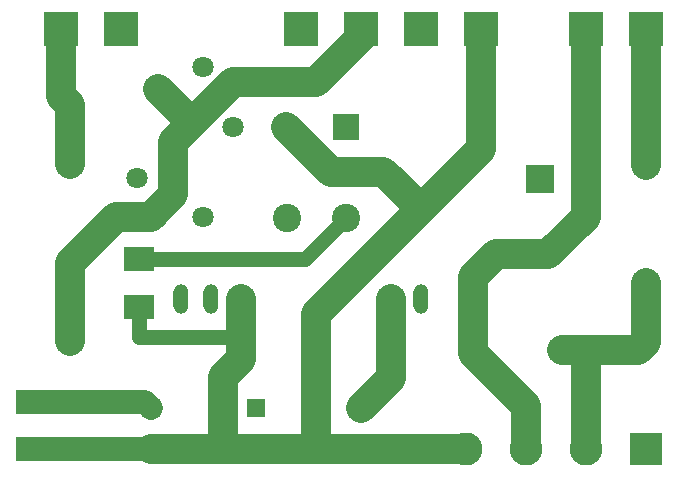
<source format=gtl>
G04 #@! TF.GenerationSoftware,KiCad,Pcbnew,(5.1.6)-1*
G04 #@! TF.CreationDate,2020-08-05T18:30:33+02:00*
G04 #@! TF.ProjectId,C64-PSU-251053-11_Austauschplatine,4336342d-5053-4552-9d32-35313035332d,0.3.1*
G04 #@! TF.SameCoordinates,Original*
G04 #@! TF.FileFunction,Copper,L1,Top*
G04 #@! TF.FilePolarity,Positive*
%FSLAX46Y46*%
G04 Gerber Fmt 4.6, Leading zero omitted, Abs format (unit mm)*
G04 Created by KiCad (PCBNEW (5.1.6)-1) date 2020-08-05 18:30:33*
%MOMM*%
%LPD*%
G01*
G04 APERTURE LIST*
G04 #@! TA.AperFunction,ComponentPad*
%ADD10C,2.400000*%
G04 #@! TD*
G04 #@! TA.AperFunction,ComponentPad*
%ADD11R,3.000000X3.000000*%
G04 #@! TD*
G04 #@! TA.AperFunction,ComponentPad*
%ADD12C,1.800000*%
G04 #@! TD*
G04 #@! TA.AperFunction,ComponentPad*
%ADD13R,1.600000X1.600000*%
G04 #@! TD*
G04 #@! TA.AperFunction,ComponentPad*
%ADD14C,1.600000*%
G04 #@! TD*
G04 #@! TA.AperFunction,ComponentPad*
%ADD15R,2.200000X2.200000*%
G04 #@! TD*
G04 #@! TA.AperFunction,ComponentPad*
%ADD16O,2.200000X2.200000*%
G04 #@! TD*
G04 #@! TA.AperFunction,ComponentPad*
%ADD17R,2.400000X2.400000*%
G04 #@! TD*
G04 #@! TA.AperFunction,SMDPad,CuDef*
%ADD18R,2.500000X2.000000*%
G04 #@! TD*
G04 #@! TA.AperFunction,ComponentPad*
%ADD19O,1.270000X2.540000*%
G04 #@! TD*
G04 #@! TA.AperFunction,ComponentPad*
%ADD20C,2.349500*%
G04 #@! TD*
G04 #@! TA.AperFunction,ComponentPad*
%ADD21C,2.800000*%
G04 #@! TD*
G04 #@! TA.AperFunction,ComponentPad*
%ADD22R,2.800000X2.800000*%
G04 #@! TD*
G04 #@! TA.AperFunction,Conductor*
%ADD23C,2.540000*%
G04 #@! TD*
G04 #@! TA.AperFunction,Conductor*
%ADD24C,1.270000*%
G04 #@! TD*
G04 #@! TA.AperFunction,Conductor*
%ADD25C,2.000000*%
G04 #@! TD*
G04 #@! TA.AperFunction,Conductor*
%ADD26C,0.508000*%
G04 #@! TD*
G04 APERTURE END LIST*
D10*
X147955000Y-90932000D03*
X142955000Y-90932000D03*
D11*
X144145000Y-74930000D03*
X149225000Y-74930000D03*
X159385000Y-74930000D03*
X154305000Y-74930000D03*
X128905000Y-74930000D03*
X123825000Y-74930000D03*
X168275000Y-74930000D03*
X173355000Y-74930000D03*
D12*
X135890000Y-90805000D03*
X138430000Y-83185000D03*
X135890000Y-78105000D03*
D13*
X149225000Y-106990000D03*
D14*
X149225000Y-110490000D03*
D13*
X131445000Y-106990000D03*
D14*
X131445000Y-110490000D03*
D15*
X147955000Y-83185000D03*
D16*
X142875000Y-83185000D03*
D10*
X156845000Y-87630000D03*
D17*
X164345000Y-87630000D03*
D18*
X125095000Y-110490000D03*
X125095000Y-106490000D03*
X121285000Y-106490000D03*
X121285000Y-110490000D03*
D13*
X140335000Y-106990000D03*
D14*
X140335000Y-110490000D03*
D19*
X139065000Y-97790000D03*
X154305000Y-97790000D03*
X133985000Y-97790000D03*
X136525000Y-97790000D03*
X151765000Y-97790000D03*
D18*
X130429000Y-98425000D03*
X130429000Y-94425000D03*
D20*
X124587000Y-86360000D03*
X124587000Y-81361280D03*
X124587000Y-96362520D03*
X124587000Y-101361240D03*
D12*
X166243000Y-102130000D03*
X158743000Y-100330000D03*
X130280000Y-87510000D03*
X132080000Y-80010000D03*
D20*
X173355000Y-86438740D03*
X173355000Y-81440020D03*
X173355000Y-96441260D03*
X173355000Y-101439980D03*
D21*
X158115000Y-110490000D03*
X163195000Y-110490000D03*
X168275000Y-110490000D03*
D22*
X173355000Y-110490000D03*
D23*
X157480000Y-110490000D02*
X149225000Y-110490000D01*
X140335000Y-110490000D02*
X137541000Y-110490000D01*
X137541000Y-104394000D02*
X137541000Y-110490000D01*
X139065000Y-102870000D02*
X137541000Y-104394000D01*
X145415000Y-109855000D02*
X144780000Y-110490000D01*
X145415000Y-99060000D02*
X145415000Y-109855000D01*
X149225000Y-110490000D02*
X144780000Y-110490000D01*
X144780000Y-110490000D02*
X140335000Y-110490000D01*
X137541000Y-110490000D02*
X131445000Y-110490000D01*
X159385000Y-74930000D02*
X159385000Y-85090000D01*
D24*
X139065000Y-97790000D02*
X139065000Y-98040275D01*
D23*
X142875000Y-83185000D02*
X146685000Y-86995000D01*
X159385000Y-85090000D02*
X155892500Y-88582500D01*
X155892500Y-88582500D02*
X154305000Y-90170000D01*
D25*
X121285000Y-110490000D02*
X131445000Y-110490000D01*
D24*
X130429000Y-100965000D02*
X130429000Y-98425000D01*
X130429000Y-100965000D02*
X139065000Y-100965000D01*
D23*
X154305000Y-90170000D02*
X145415000Y-99060000D01*
X151765000Y-87630000D02*
X154305000Y-90170000D01*
X151130000Y-86995000D02*
X151765000Y-87630000D01*
X146685000Y-86995000D02*
X151130000Y-86995000D01*
X139065000Y-102870000D02*
X139065000Y-97790000D01*
X151765000Y-104450000D02*
X149225000Y-106990000D01*
X151765000Y-97790000D02*
X151765000Y-104450000D01*
D24*
X144462000Y-94425000D02*
X147955000Y-90932000D01*
X130429000Y-94425000D02*
X144462000Y-94425000D01*
D25*
X130945000Y-106490000D02*
X131445000Y-106990000D01*
X121285000Y-106490000D02*
X130945000Y-106490000D01*
D23*
X158743000Y-100330000D02*
X158743000Y-95892000D01*
X158743000Y-95892000D02*
X160655000Y-93980000D01*
X160655000Y-93980000D02*
X165093000Y-93980000D01*
X168275000Y-90798000D02*
X165093000Y-93980000D01*
X168275000Y-74930000D02*
X168275000Y-90798000D01*
X158743000Y-102355000D02*
X158743000Y-100330000D01*
X163195000Y-110490000D02*
X163195000Y-106807000D01*
X163195000Y-106807000D02*
X158743000Y-102355000D01*
X172664980Y-102130000D02*
X173355000Y-101439980D01*
X173355000Y-96441260D02*
X173355000Y-101439980D01*
X167640000Y-102235000D02*
X167535000Y-102130000D01*
X166243000Y-102130000D02*
X167535000Y-102130000D01*
X167535000Y-102130000D02*
X172664980Y-102130000D01*
X168275000Y-102870000D02*
X167535000Y-102130000D01*
X168275000Y-110490000D02*
X168275000Y-102870000D01*
X173355000Y-74930000D02*
X173355000Y-86438740D01*
X124587000Y-86360000D02*
X124587000Y-81361280D01*
X123825000Y-80599280D02*
X124587000Y-81361280D01*
X123825000Y-74930000D02*
X123825000Y-80599280D01*
X149225000Y-75593202D02*
X145443202Y-79375000D01*
X149225000Y-74930000D02*
X149225000Y-75593202D01*
X145443202Y-79375000D02*
X138430000Y-79375000D01*
X133350000Y-84455000D02*
X133350000Y-88900000D01*
X133350000Y-88900000D02*
X131445000Y-90805000D01*
X138430000Y-79375000D02*
X134937500Y-82867500D01*
X134937500Y-82867500D02*
X133350000Y-84455000D01*
X132979999Y-80909999D02*
X134937500Y-82867500D01*
X132080000Y-80010000D02*
X132979999Y-80909999D01*
X124587000Y-94701173D02*
X124587000Y-96362520D01*
X128483173Y-90805000D02*
X124587000Y-94701173D01*
X131445000Y-90805000D02*
X128483173Y-90805000D01*
X124587000Y-101361240D02*
X124587000Y-96362520D01*
D26*
X136525000Y-97790000D02*
X136525000Y-98425000D01*
X136525000Y-97155000D02*
X136525000Y-97790000D01*
M02*

</source>
